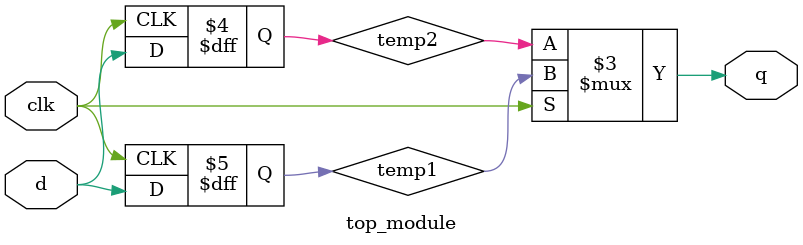
<source format=v>
module top_module (
    input clk,
    input d,
    output reg q
);
    reg temp1, temp2;           
    
    always @(posedge clk) begin
        temp1 <= d;
    end
    
    always @(negedge clk) begin
        temp2 <= d;
    end
    
  assign q = clk ? temp1 : temp2 ;
 
endmodule

</source>
